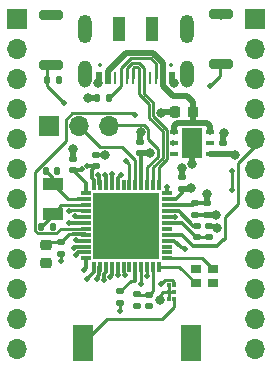
<source format=gbr>
%TF.GenerationSoftware,KiCad,Pcbnew,6.0.0*%
%TF.CreationDate,2022-01-30T15:16:09-05:00*%
%TF.ProjectId,stm32wb55ce_development_board,73746d33-3277-4623-9535-63655f646576,rev?*%
%TF.SameCoordinates,Original*%
%TF.FileFunction,Copper,L1,Top*%
%TF.FilePolarity,Positive*%
%FSLAX46Y46*%
G04 Gerber Fmt 4.6, Leading zero omitted, Abs format (unit mm)*
G04 Created by KiCad (PCBNEW 6.0.0) date 2022-01-30 15:16:09*
%MOMM*%
%LPD*%
G01*
G04 APERTURE LIST*
G04 Aperture macros list*
%AMRoundRect*
0 Rectangle with rounded corners*
0 $1 Rounding radius*
0 $2 $3 $4 $5 $6 $7 $8 $9 X,Y pos of 4 corners*
0 Add a 4 corners polygon primitive as box body*
4,1,4,$2,$3,$4,$5,$6,$7,$8,$9,$2,$3,0*
0 Add four circle primitives for the rounded corners*
1,1,$1+$1,$2,$3*
1,1,$1+$1,$4,$5*
1,1,$1+$1,$6,$7*
1,1,$1+$1,$8,$9*
0 Add four rect primitives between the rounded corners*
20,1,$1+$1,$2,$3,$4,$5,0*
20,1,$1+$1,$4,$5,$6,$7,0*
20,1,$1+$1,$6,$7,$8,$9,0*
20,1,$1+$1,$8,$9,$2,$3,0*%
G04 Aperture macros list end*
%TA.AperFunction,SMDPad,CuDef*%
%ADD10RoundRect,0.200000X-0.800000X0.200000X-0.800000X-0.200000X0.800000X-0.200000X0.800000X0.200000X0*%
%TD*%
%TA.AperFunction,SMDPad,CuDef*%
%ADD11RoundRect,0.135000X-0.135000X-0.185000X0.135000X-0.185000X0.135000X0.185000X-0.135000X0.185000X0*%
%TD*%
%TA.AperFunction,ComponentPad*%
%ADD12R,1.700000X1.700000*%
%TD*%
%TA.AperFunction,ComponentPad*%
%ADD13O,1.700000X1.700000*%
%TD*%
%TA.AperFunction,SMDPad,CuDef*%
%ADD14R,1.700000X3.150000*%
%TD*%
%TA.AperFunction,SMDPad,CuDef*%
%ADD15RoundRect,0.147500X-0.147500X-0.172500X0.147500X-0.172500X0.147500X0.172500X-0.147500X0.172500X0*%
%TD*%
%TA.AperFunction,SMDPad,CuDef*%
%ADD16RoundRect,0.147500X0.172500X-0.147500X0.172500X0.147500X-0.172500X0.147500X-0.172500X-0.147500X0*%
%TD*%
%TA.AperFunction,SMDPad,CuDef*%
%ADD17RoundRect,0.147500X-0.172500X0.147500X-0.172500X-0.147500X0.172500X-0.147500X0.172500X0.147500X0*%
%TD*%
%TA.AperFunction,SMDPad,CuDef*%
%ADD18R,0.800000X0.400000*%
%TD*%
%TA.AperFunction,SMDPad,CuDef*%
%ADD19R,1.750000X2.500000*%
%TD*%
%TA.AperFunction,SMDPad,CuDef*%
%ADD20R,0.850000X0.300000*%
%TD*%
%TA.AperFunction,SMDPad,CuDef*%
%ADD21R,0.300000X0.850000*%
%TD*%
%TA.AperFunction,SMDPad,CuDef*%
%ADD22R,5.700000X5.700000*%
%TD*%
%TA.AperFunction,SMDPad,CuDef*%
%ADD23R,1.800000X1.000000*%
%TD*%
%TA.AperFunction,ComponentPad*%
%ADD24O,1.200000X2.400000*%
%TD*%
%TA.AperFunction,ComponentPad*%
%ADD25O,1.158000X2.316000*%
%TD*%
%TA.AperFunction,SMDPad,CuDef*%
%ADD26R,1.000000X2.000000*%
%TD*%
%TA.AperFunction,SMDPad,CuDef*%
%ADD27R,0.270000X1.000000*%
%TD*%
%TA.AperFunction,SMDPad,CuDef*%
%ADD28R,0.520000X1.000000*%
%TD*%
%TA.AperFunction,SMDPad,CuDef*%
%ADD29R,0.300000X0.300000*%
%TD*%
%TA.AperFunction,SMDPad,CuDef*%
%ADD30RoundRect,0.218750X-0.256250X0.218750X-0.256250X-0.218750X0.256250X-0.218750X0.256250X0.218750X0*%
%TD*%
%TA.AperFunction,SMDPad,CuDef*%
%ADD31R,0.860000X0.760000*%
%TD*%
%TA.AperFunction,SMDPad,CuDef*%
%ADD32RoundRect,0.218750X0.218750X0.256250X-0.218750X0.256250X-0.218750X-0.256250X0.218750X-0.256250X0*%
%TD*%
%TA.AperFunction,ViaPad*%
%ADD33C,0.800000*%
%TD*%
%TA.AperFunction,ViaPad*%
%ADD34C,0.500000*%
%TD*%
%TA.AperFunction,Conductor*%
%ADD35C,0.250000*%
%TD*%
%TA.AperFunction,Conductor*%
%ADD36C,0.500000*%
%TD*%
%TA.AperFunction,Conductor*%
%ADD37C,0.300000*%
%TD*%
%ADD38C,0.350000*%
%ADD39C,0.250000*%
%ADD40O,0.650000X1.950000*%
%ADD41O,0.650000X1.650000*%
G04 APERTURE END LIST*
D10*
%TO.P,SW1,1*%
%TO.N,+3V3*%
X158625000Y-64175000D03*
%TO.P,SW1,2*%
%TO.N,/BOOT0*%
X158625000Y-68375000D03*
%TD*%
D11*
%TO.P,R1,2*%
%TO.N,GND*%
X159300000Y-69700000D03*
%TO.P,R1,1*%
%TO.N,/BOOT0*%
X158280000Y-69700000D03*
%TD*%
D12*
%TO.P,J3,1*%
%TO.N,+3V3*%
X175920000Y-64480000D03*
D13*
%TO.P,J3,2*%
%TO.N,GND*%
X175920000Y-67020000D03*
%TO.P,J3,3*%
%TO.N,/PA15*%
X175920000Y-69560000D03*
%TO.P,J3,4*%
%TO.N,/PB0*%
X175920000Y-72100000D03*
%TO.P,J3,5*%
%TO.N,/PB1*%
X175920000Y-74640000D03*
%TO.P,J3,6*%
%TO.N,/PA10*%
X175920000Y-77180000D03*
%TO.P,J3,7*%
%TO.N,/PB4*%
X175920000Y-79720000D03*
%TO.P,J3,8*%
%TO.N,/PB5*%
X175920000Y-82260000D03*
%TO.P,J3,9*%
%TO.N,/PB6*%
X175920000Y-84800000D03*
%TO.P,J3,10*%
%TO.N,/PB7*%
X175920000Y-87340000D03*
%TO.P,J3,11*%
%TO.N,/PB8*%
X175920000Y-89880000D03*
%TO.P,J3,12*%
%TO.N,/PB9*%
X175920000Y-92420000D03*
%TD*%
D12*
%TO.P,J1,1*%
%TO.N,+3V3*%
X155740000Y-64520000D03*
D13*
%TO.P,J1,2*%
%TO.N,GND*%
X155740000Y-67060000D03*
%TO.P,J1,3*%
%TO.N,/PA0*%
X155740000Y-69600000D03*
%TO.P,J1,4*%
%TO.N,/PA1*%
X155740000Y-72140000D03*
%TO.P,J1,5*%
%TO.N,/PA2*%
X155740000Y-74680000D03*
%TO.P,J1,6*%
%TO.N,/PA3*%
X155740000Y-77220000D03*
%TO.P,J1,7*%
%TO.N,/PA4*%
X155740000Y-79760000D03*
%TO.P,J1,8*%
%TO.N,/PA5*%
X155740000Y-82300000D03*
%TO.P,J1,9*%
%TO.N,/PA6*%
X155740000Y-84840000D03*
%TO.P,J1,10*%
%TO.N,/PA7*%
X155740000Y-87380000D03*
%TO.P,J1,11*%
%TO.N,/PA8*%
X155740000Y-89920000D03*
%TO.P,J1,12*%
%TO.N,/PA9*%
X155740000Y-92460000D03*
%TD*%
D12*
%TO.P,J4,1*%
%TO.N,GND*%
X158450000Y-73550000D03*
D13*
%TO.P,J4,2*%
%TO.N,/PA14*%
X160990000Y-73550000D03*
%TO.P,J4,3*%
%TO.N,/PA13*%
X163530000Y-73550000D03*
%TD*%
D14*
%TO.P,AE1,2*%
%TO.N,N/C*%
X170480000Y-91910000D03*
%TO.P,AE1,1*%
%TO.N,Net-(AE1-Pad1)*%
X161380000Y-91910000D03*
%TD*%
D15*
%TO.P,R2,1*%
%TO.N,GND*%
X162580000Y-71230000D03*
%TO.P,R2,2*%
%TO.N,Net-(J2-Pad3)*%
X163550000Y-71230000D03*
%TD*%
%TO.P,C17,2*%
%TO.N,GND*%
X158800000Y-82100000D03*
%TO.P,C17,1*%
%TO.N,/OSC32k_OUT*%
X157830000Y-82100000D03*
%TD*%
D16*
%TO.P,C15,1*%
%TO.N,+3V3*%
X173240000Y-75965000D03*
%TO.P,C15,2*%
%TO.N,GND*%
X173240000Y-74995000D03*
%TD*%
D17*
%TO.P,C6,1*%
%TO.N,+3V3*%
X167000000Y-87860000D03*
%TO.P,C6,2*%
%TO.N,GND*%
X167000000Y-88830000D03*
%TD*%
%TO.P,C7,1*%
%TO.N,+3V3*%
X170860000Y-80120000D03*
%TO.P,C7,2*%
%TO.N,GND*%
X170860000Y-81090000D03*
%TD*%
D18*
%TO.P,PS1,1*%
%TO.N,/VBUS*%
X169100000Y-74080000D03*
%TO.P,PS1,2*%
%TO.N,GND*%
X169100000Y-75030000D03*
%TO.P,PS1,3*%
%TO.N,Net-(PS1-Pad3)*%
X169100000Y-75980000D03*
%TO.P,PS1,4*%
%TO.N,+3V3*%
X172100000Y-75980000D03*
%TO.P,PS1,5*%
%TO.N,Net-(PS1-Pad5)*%
X172100000Y-75030000D03*
%TO.P,PS1,6*%
%TO.N,/VBUS*%
X172100000Y-74080000D03*
D19*
%TO.P,PS1,7*%
%TO.N,GND*%
X170600000Y-75030000D03*
%TD*%
D20*
%TO.P,IC2,1*%
%TO.N,+3V3*%
X161600000Y-79280000D03*
%TO.P,IC2,2*%
%TO.N,/OSC32k_IN*%
X161600000Y-79780000D03*
%TO.P,IC2,3*%
%TO.N,/OSC32k_OUT*%
X161600000Y-80280000D03*
%TO.P,IC2,4*%
%TO.N,/BOOT0*%
X161600000Y-80780000D03*
%TO.P,IC2,5*%
%TO.N,/PB8*%
X161600000Y-81280000D03*
%TO.P,IC2,6*%
%TO.N,/PB9*%
X161600000Y-81780000D03*
%TO.P,IC2,7*%
%TO.N,/RESET*%
X161600000Y-82280000D03*
%TO.P,IC2,8*%
%TO.N,/VDDA*%
X161600000Y-82780000D03*
%TO.P,IC2,9*%
%TO.N,/PA0*%
X161600000Y-83280000D03*
%TO.P,IC2,10*%
%TO.N,/PA1*%
X161600000Y-83780000D03*
%TO.P,IC2,11*%
%TO.N,/PA2*%
X161600000Y-84280000D03*
%TO.P,IC2,12*%
%TO.N,/PA3*%
X161600000Y-84780000D03*
D21*
%TO.P,IC2,13*%
%TO.N,/PA4*%
X162300000Y-85480000D03*
%TO.P,IC2,14*%
%TO.N,/PA5*%
X162800000Y-85480000D03*
%TO.P,IC2,15*%
%TO.N,/PA6*%
X163300000Y-85480000D03*
%TO.P,IC2,16*%
%TO.N,/PA7*%
X163800000Y-85480000D03*
%TO.P,IC2,17*%
%TO.N,/PA8*%
X164300000Y-85480000D03*
%TO.P,IC2,18*%
%TO.N,/PA9*%
X164800000Y-85480000D03*
%TO.P,IC2,19*%
%TO.N,/PB2*%
X165300000Y-85480000D03*
%TO.P,IC2,20*%
%TO.N,+3V3*%
X165800000Y-85480000D03*
%TO.P,IC2,21*%
%TO.N,/RF1*%
X166300000Y-85480000D03*
%TO.P,IC2,22*%
%TO.N,GND*%
X166800000Y-85480000D03*
%TO.P,IC2,23*%
%TO.N,+3V3*%
X167300000Y-85480000D03*
%TO.P,IC2,24*%
%TO.N,/OSC32M_OUT*%
X167800000Y-85480000D03*
D20*
%TO.P,IC2,25*%
%TO.N,/OSC32M_IN*%
X168500000Y-84780000D03*
%TO.P,IC2,26*%
%TO.N,Net-(IC2-Pad26)*%
X168500000Y-84280000D03*
%TO.P,IC2,27*%
%TO.N,Net-(IC2-Pad27)*%
X168500000Y-83780000D03*
%TO.P,IC2,28*%
%TO.N,/PB0*%
X168500000Y-83280000D03*
%TO.P,IC2,29*%
%TO.N,/PB1*%
X168500000Y-82780000D03*
%TO.P,IC2,30*%
%TO.N,Net-(IC2-Pad30)*%
X168500000Y-82280000D03*
%TO.P,IC2,31*%
%TO.N,/VFBSMPS*%
X168500000Y-81780000D03*
%TO.P,IC2,32*%
%TO.N,GND*%
X168500000Y-81280000D03*
%TO.P,IC2,33*%
%TO.N,/VLXSMPS*%
X168500000Y-80780000D03*
%TO.P,IC2,34*%
%TO.N,+3V3*%
X168500000Y-80280000D03*
%TO.P,IC2,35*%
X168500000Y-79780000D03*
%TO.P,IC2,36*%
%TO.N,/PA10*%
X168500000Y-79280000D03*
D21*
%TO.P,IC2,37*%
%TO.N,/D-*%
X167800000Y-78580000D03*
%TO.P,IC2,38*%
%TO.N,/D+*%
X167300000Y-78580000D03*
%TO.P,IC2,39*%
%TO.N,/PA13*%
X166800000Y-78580000D03*
%TO.P,IC2,40*%
%TO.N,+3V3*%
X166300000Y-78580000D03*
%TO.P,IC2,41*%
%TO.N,/PA14*%
X165800000Y-78580000D03*
%TO.P,IC2,42*%
%TO.N,/PA15*%
X165300000Y-78580000D03*
%TO.P,IC2,43*%
%TO.N,/PB3*%
X164800000Y-78580000D03*
%TO.P,IC2,44*%
%TO.N,/PB4*%
X164300000Y-78580000D03*
%TO.P,IC2,45*%
%TO.N,/PB5*%
X163800000Y-78580000D03*
%TO.P,IC2,46*%
%TO.N,/PB6*%
X163300000Y-78580000D03*
%TO.P,IC2,47*%
%TO.N,/PB7*%
X162800000Y-78580000D03*
%TO.P,IC2,48*%
%TO.N,+3V3*%
X162300000Y-78580000D03*
D22*
%TO.P,IC2,49*%
%TO.N,GND*%
X165050000Y-82030000D03*
%TD*%
D23*
%TO.P,Y2,1*%
%TO.N,/OSC32k_IN*%
X158800000Y-78500000D03*
%TO.P,Y2,2*%
%TO.N,/OSC32k_OUT*%
X158800000Y-81000000D03*
%TD*%
D16*
%TO.P,C14,2*%
%TO.N,GND*%
X172000000Y-82030000D03*
%TO.P,C14,1*%
%TO.N,/VFBSMPS*%
X172000000Y-83000000D03*
%TD*%
D15*
%TO.P,C16,2*%
%TO.N,GND*%
X159185000Y-77400000D03*
%TO.P,C16,1*%
%TO.N,/OSC32k_IN*%
X158215000Y-77400000D03*
%TD*%
D17*
%TO.P,C5,1*%
%TO.N,+3V3*%
X164520000Y-87580000D03*
%TO.P,C5,2*%
%TO.N,GND*%
X164520000Y-88550000D03*
%TD*%
D24*
%TO.P,J2,S6*%
%TO.N,Net-(J2-PadS6)*%
X161505000Y-65325000D03*
%TO.P,J2,S5*%
%TO.N,Net-(J2-PadS5)*%
X170145000Y-65325000D03*
D25*
%TO.P,J2,S4*%
%TO.N,Net-(J2-PadS4)*%
X161505000Y-69150000D03*
%TO.P,J2,S3*%
%TO.N,Net-(J2-PadS3)*%
X170145000Y-69150000D03*
D26*
%TO.P,J2,S2*%
%TO.N,Net-(J2-PadS2)*%
X164425000Y-65325000D03*
%TO.P,J2,S1*%
%TO.N,Net-(J2-PadS1)*%
X167225000Y-65325000D03*
D27*
%TO.P,J2,9*%
%TO.N,Net-(J2-Pad3)*%
X164575000Y-69525000D03*
%TO.P,J2,8*%
%TO.N,/D-*%
X165075000Y-69525000D03*
%TO.P,J2,7*%
%TO.N,/D+*%
X165575000Y-69525000D03*
%TO.P,J2,6*%
X166075000Y-69525000D03*
%TO.P,J2,5*%
%TO.N,/D-*%
X166575000Y-69525000D03*
%TO.P,J2,4*%
%TO.N,Net-(J2-Pad4)*%
X167075000Y-69525000D03*
%TO.P,J2,10*%
%TO.N,Net-(J2-Pad10)*%
X164075000Y-69525000D03*
%TO.P,J2,3*%
%TO.N,Net-(J2-Pad3)*%
X167575000Y-69525000D03*
D28*
%TO.P,J2,11*%
%TO.N,/VBUS*%
X163475000Y-69525000D03*
%TO.P,J2,2*%
X168175000Y-69525000D03*
%TO.P,J2,12*%
%TO.N,GND*%
X162725000Y-69525000D03*
%TO.P,J2,1*%
X168925000Y-69525000D03*
%TD*%
D29*
%TO.P,FL1,1*%
%TO.N,Net-(AE1-Pad1)*%
X169110000Y-88187000D03*
%TO.P,FL1,2*%
%TO.N,GND*%
X169110000Y-87600000D03*
%TO.P,FL1,3*%
%TO.N,/RF1*%
X169110000Y-87013000D03*
%TO.P,FL1,4*%
%TO.N,GND*%
X168610000Y-87013000D03*
%TO.P,FL1,5*%
X168610000Y-87600000D03*
%TO.P,FL1,6*%
X168610000Y-88187000D03*
%TD*%
D30*
%TO.P,FB1,2*%
%TO.N,+3V3*%
X158200000Y-85200000D03*
%TO.P,FB1,1*%
%TO.N,/VDDA*%
X158200000Y-83625000D03*
%TD*%
D17*
%TO.P,C3,2*%
%TO.N,GND*%
X165930000Y-88800000D03*
%TO.P,C3,1*%
%TO.N,+3V3*%
X165930000Y-87830000D03*
%TD*%
D16*
%TO.P,C8,2*%
%TO.N,GND*%
X169730000Y-77900000D03*
%TO.P,C8,1*%
%TO.N,+3V3*%
X169730000Y-78870000D03*
%TD*%
D10*
%TO.P,SW2,2*%
%TO.N,/RESET*%
X173040000Y-68310000D03*
%TO.P,SW2,1*%
%TO.N,GND*%
X173040000Y-64110000D03*
%TD*%
D31*
%TO.P,Y1,4*%
%TO.N,N/C*%
X172355000Y-86855000D03*
%TO.P,Y1,3*%
%TO.N,/OSC32M_OUT*%
X170905000Y-86855000D03*
%TO.P,Y1,2*%
%TO.N,GND*%
X170905000Y-85705000D03*
%TO.P,Y1,1*%
%TO.N,/OSC32M_IN*%
X172355000Y-85705000D03*
%TD*%
D16*
%TO.P,C13,1*%
%TO.N,+3V3*%
X166230000Y-75890000D03*
%TO.P,C13,2*%
%TO.N,GND*%
X166230000Y-74920000D03*
%TD*%
D17*
%TO.P,C9,2*%
%TO.N,GND*%
X159500000Y-84400000D03*
%TO.P,C9,1*%
%TO.N,/VDDA*%
X159500000Y-83430000D03*
%TD*%
%TO.P,C4,2*%
%TO.N,GND*%
X171860000Y-81090000D03*
%TO.P,C4,1*%
%TO.N,+3V3*%
X171860000Y-80120000D03*
%TD*%
D16*
%TO.P,C2,2*%
%TO.N,GND*%
X160500000Y-76355000D03*
%TO.P,C2,1*%
%TO.N,+3V3*%
X160500000Y-77325000D03*
%TD*%
%TO.P,L1,2*%
%TO.N,/VLXSMPS*%
X171000000Y-82030000D03*
%TO.P,L1,1*%
%TO.N,/VFBSMPS*%
X171000000Y-83000000D03*
%TD*%
%TO.P,C11,2*%
%TO.N,GND*%
X162500000Y-76000000D03*
%TO.P,C11,1*%
%TO.N,+3V3*%
X162500000Y-76970000D03*
%TD*%
D32*
%TO.P,C12,2*%
%TO.N,GND*%
X169125000Y-72380000D03*
%TO.P,C12,1*%
%TO.N,/VBUS*%
X170700000Y-72380000D03*
%TD*%
D33*
%TO.N,GND*%
X166240000Y-74110000D03*
D34*
X169160005Y-81280000D03*
X165050000Y-82030000D03*
D33*
X161800000Y-71230000D03*
X170630000Y-76790000D03*
X160500000Y-75500000D03*
X169740000Y-77120000D03*
X172660000Y-81120000D03*
X173300000Y-74190000D03*
X167950000Y-72440000D03*
X172750000Y-82250000D03*
X163250000Y-76000000D03*
D34*
X169000000Y-75000000D03*
X165900000Y-88850000D03*
X164530000Y-89210000D03*
X167000000Y-88850000D03*
D33*
X167880000Y-88340000D03*
D34*
X166810000Y-86250000D03*
X159185000Y-77400000D03*
X158800000Y-82100000D03*
X159485464Y-84962744D03*
X170900000Y-85700000D03*
%TO.N,+3V3*%
X161750000Y-77000000D03*
D33*
X174250000Y-76000000D03*
D34*
X161250000Y-77250000D03*
D33*
X170520000Y-78850000D03*
X171870000Y-79330000D03*
X167060000Y-75900000D03*
D34*
X164485618Y-87545618D03*
X165930000Y-87830000D03*
X158100000Y-85300000D03*
%TO.N,/RF1*%
X166300000Y-86960000D03*
X167957103Y-86992897D03*
%TO.N,/PB7*%
X162633920Y-77733614D03*
%TO.N,/PB6*%
X163233456Y-77709731D03*
%TO.N,/PB5*%
X163827143Y-77622842D03*
%TO.N,/PB4*%
X164546156Y-77703854D03*
%TO.N,/PA15*%
X165000000Y-76500000D03*
%TO.N,/PA10*%
X168500000Y-78750000D03*
%TO.N,/PB0*%
X170000000Y-84000000D03*
X174000000Y-79000000D03*
X174000000Y-77350000D03*
%TO.N,/PA9*%
X164963226Y-86222957D03*
%TO.N,/PA8*%
X164344976Y-86207900D03*
%TO.N,/PA1*%
X160620006Y-83869996D03*
%TO.N,/PA0*%
X160793315Y-83250010D03*
%TO.N,/RESET*%
X165800000Y-72600000D03*
%TO.N,/PB9*%
X160180002Y-81780000D03*
%TO.N,/PB8*%
X160667281Y-81181854D03*
%TO.N,/PA7*%
X163671457Y-86336682D03*
%TO.N,/PA6*%
X163124335Y-86582997D03*
%TO.N,/PA5*%
X162527921Y-86517385D03*
%TO.N,/PA4*%
X161750000Y-86500000D03*
%TO.N,/PA3*%
X161434517Y-85728421D03*
%TO.N,/PA2*%
X160750000Y-84500000D03*
D33*
%TO.N,GND*%
X173050000Y-64150000D03*
D34*
X159300000Y-69675000D03*
D33*
X162625000Y-69975000D03*
X169050000Y-69975000D03*
%TO.N,+3V3*%
X158625000Y-64175000D03*
D34*
%TO.N,/BOOT0*%
X160200000Y-80755000D03*
X159775000Y-71650000D03*
%TO.N,/RESET*%
X172125000Y-70200000D03*
%TD*%
D35*
%TO.N,Net-(AE1-Pad1)*%
X169110000Y-88187000D02*
X169110000Y-88877000D01*
X169110000Y-88877000D02*
X168087000Y-89900000D01*
X163390000Y-89900000D02*
X161380000Y-91910000D01*
X168087000Y-89900000D02*
X163390000Y-89900000D01*
D36*
%TO.N,/VBUS*%
X172100000Y-73594998D02*
X172100000Y-74080000D01*
X169100000Y-73594998D02*
X169364999Y-73329999D01*
X171835001Y-73329999D02*
X172100000Y-73594998D01*
X169100000Y-74080000D02*
X169100000Y-73594998D01*
X170700000Y-73300000D02*
X170670001Y-73329999D01*
X170700000Y-72380000D02*
X170700000Y-73300000D01*
X170670001Y-73329999D02*
X171835001Y-73329999D01*
X169364999Y-73329999D02*
X170670001Y-73329999D01*
X170750000Y-72330000D02*
X170700000Y-72380000D01*
%TO.N,GND*%
X171860000Y-81090000D02*
X172630000Y-81090000D01*
D37*
X170860000Y-81090000D02*
X171860000Y-81090000D01*
X172530000Y-82030000D02*
X172750000Y-82250000D01*
X172000000Y-82030000D02*
X172530000Y-82030000D01*
X168500000Y-81280000D02*
X169160005Y-81280000D01*
D36*
X162580000Y-71230000D02*
X161800000Y-71230000D01*
X170630000Y-75060000D02*
X170600000Y-75030000D01*
X170630000Y-76790000D02*
X170630000Y-75060000D01*
X160500000Y-76355000D02*
X160500000Y-75500000D01*
X168010000Y-72380000D02*
X167950000Y-72440000D01*
X169125000Y-72380000D02*
X168010000Y-72380000D01*
X165050000Y-82030000D02*
X165050000Y-82130000D01*
X166230000Y-74120000D02*
X166240000Y-74110000D01*
X166230000Y-74920000D02*
X166230000Y-74120000D01*
X169730000Y-77130000D02*
X169740000Y-77120000D01*
X169730000Y-77900000D02*
X169730000Y-77130000D01*
X172630000Y-81090000D02*
X172660000Y-81120000D01*
D37*
X162500000Y-76000000D02*
X163250000Y-76000000D01*
D36*
X173250000Y-74240000D02*
X173300000Y-74190000D01*
X173250000Y-74995000D02*
X173250000Y-74240000D01*
D35*
X169030000Y-75030000D02*
X169000000Y-75000000D01*
X169100000Y-75030000D02*
X169030000Y-75030000D01*
X165930000Y-88820000D02*
X165900000Y-88850000D01*
X165930000Y-88800000D02*
X165930000Y-88820000D01*
X166840000Y-88830000D02*
X166830000Y-88820000D01*
X166860000Y-88830000D02*
X166840000Y-88830000D01*
X164520000Y-89200000D02*
X164530000Y-89210000D01*
X164520000Y-88550000D02*
X164520000Y-89200000D01*
X167000000Y-88830000D02*
X167000000Y-88850000D01*
X168610000Y-87013000D02*
X168610000Y-87600000D01*
X169110000Y-87600000D02*
X168610000Y-87600000D01*
X168610000Y-87600000D02*
X168610000Y-88187000D01*
X168130000Y-87600000D02*
X167950000Y-87780000D01*
X168610000Y-87600000D02*
X168130000Y-87600000D01*
X167950000Y-88270000D02*
X167880000Y-88340000D01*
X167950000Y-87780000D02*
X167950000Y-88270000D01*
X166800000Y-86240000D02*
X166810000Y-86250000D01*
X166800000Y-85480000D02*
X166800000Y-86240000D01*
X159185000Y-77400000D02*
X159200000Y-77400000D01*
X159500000Y-84948208D02*
X159485464Y-84962744D01*
X159500000Y-84400000D02*
X159500000Y-84948208D01*
X170905000Y-85705000D02*
X170900000Y-85700000D01*
D36*
%TO.N,/VBUS*%
X168159999Y-68209999D02*
X168159999Y-69509999D01*
X167324970Y-67374970D02*
X168159999Y-68209999D01*
X168159999Y-69509999D02*
X168175000Y-69525000D01*
X165035880Y-67374970D02*
X167324970Y-67374970D01*
X163475000Y-68935850D02*
X165035880Y-67374970D01*
X163475000Y-69525000D02*
X163475000Y-68935850D01*
X170700000Y-72380000D02*
X170700000Y-71525000D01*
X170700000Y-71525000D02*
X170200000Y-71025000D01*
X168175000Y-70210002D02*
X168175000Y-69525000D01*
X168989998Y-71025000D02*
X168175000Y-70210002D01*
X170200000Y-71025000D02*
X168989998Y-71025000D01*
D37*
%TO.N,+3V3*%
X161600000Y-79280000D02*
X161330000Y-79280000D01*
X170860000Y-80120000D02*
X171860000Y-80120000D01*
D36*
X173235000Y-75980000D02*
X173235000Y-75980000D01*
D37*
X162133919Y-77336081D02*
X162500000Y-76970000D01*
X162300000Y-78139696D02*
X162133919Y-77973615D01*
X162300000Y-78580000D02*
X162300000Y-78139696D01*
X161600000Y-78425000D02*
X160500000Y-77325000D01*
X161600000Y-79280000D02*
X161600000Y-78425000D01*
X165800000Y-85480000D02*
X165800000Y-86700000D01*
X161780000Y-76970000D02*
X161750000Y-77000000D01*
X162500000Y-76970000D02*
X161780000Y-76970000D01*
X170700000Y-80280000D02*
X170860000Y-80120000D01*
X168500000Y-80280000D02*
X170700000Y-80280000D01*
X169730000Y-79275000D02*
X169730000Y-78870000D01*
X169225000Y-79780000D02*
X169730000Y-79275000D01*
X168500000Y-79780000D02*
X169225000Y-79780000D01*
X166300000Y-75960000D02*
X166230000Y-75890000D01*
X166300000Y-78580000D02*
X166300000Y-75960000D01*
X161175000Y-77325000D02*
X161250000Y-77250000D01*
X160500000Y-77325000D02*
X161175000Y-77325000D01*
X162133919Y-77973615D02*
X162133919Y-77336081D01*
D36*
X172100000Y-75980000D02*
X173235000Y-75980000D01*
X173235000Y-75980000D02*
X173250000Y-75965000D01*
X174045000Y-75965000D02*
X174050000Y-75970000D01*
X173250000Y-75965000D02*
X174045000Y-75965000D01*
X170500000Y-78870000D02*
X170520000Y-78850000D01*
X169730000Y-78870000D02*
X170500000Y-78870000D01*
X171860000Y-79340000D02*
X171870000Y-79330000D01*
X171860000Y-80120000D02*
X171860000Y-79340000D01*
X167050000Y-75890000D02*
X167060000Y-75900000D01*
X166230000Y-75890000D02*
X167050000Y-75890000D01*
D35*
X165400000Y-86700000D02*
X164520000Y-87580000D01*
X165800000Y-86700000D02*
X165400000Y-86700000D01*
X164520000Y-87580000D02*
X164485618Y-87545618D01*
X167300000Y-87560000D02*
X167000000Y-87860000D01*
X167300000Y-85480000D02*
X167300000Y-87560000D01*
X165960000Y-87860000D02*
X165930000Y-87830000D01*
X167000000Y-87860000D02*
X165960000Y-87860000D01*
X158200000Y-85200000D02*
X158100000Y-85300000D01*
%TO.N,/VFBSMPS*%
X171000000Y-83000000D02*
X172000000Y-83000000D01*
D37*
X170946414Y-83000000D02*
X171000000Y-83000000D01*
X168500000Y-81780000D02*
X169726414Y-81780000D01*
X169726414Y-81780000D02*
X170946414Y-83000000D01*
D35*
%TO.N,/RF1*%
X166300000Y-85480000D02*
X166300000Y-86960000D01*
X169110000Y-86807998D02*
X169110000Y-87013000D01*
X168940001Y-86637999D02*
X169110000Y-86807998D01*
X168312001Y-86637999D02*
X168940001Y-86637999D01*
X167957103Y-86992897D02*
X168312001Y-86637999D01*
%TO.N,/D+*%
X166974989Y-71724989D02*
X166974989Y-72884979D01*
X166974989Y-72884979D02*
X168124989Y-74034979D01*
X167300000Y-77079990D02*
X167300000Y-78580000D01*
X168124989Y-76255001D02*
X167300000Y-77079990D01*
X168124989Y-74034979D02*
X168124989Y-76255001D01*
%TO.N,/D-*%
X167324999Y-72740001D02*
X168474999Y-73890001D01*
X167324999Y-71574999D02*
X167324999Y-72740001D01*
X167800000Y-78399998D02*
X167800000Y-78580000D01*
X167800000Y-77074978D02*
X167800000Y-78580000D01*
X168474999Y-76399979D02*
X167800000Y-77074978D01*
X168474999Y-73890001D02*
X168474999Y-76399979D01*
D37*
%TO.N,/VLXSMPS*%
X170712880Y-82030000D02*
X171000000Y-82030000D01*
X169462880Y-80780000D02*
X170712880Y-82030000D01*
X168500000Y-80780000D02*
X169462880Y-80780000D01*
%TO.N,/VDDA*%
X160483447Y-82750000D02*
X161570000Y-82750000D01*
X161570000Y-82750000D02*
X161600000Y-82780000D01*
D35*
X160180000Y-82750000D02*
X159500000Y-83430000D01*
X160483447Y-82750000D02*
X160180000Y-82750000D01*
X158395000Y-83430000D02*
X158200000Y-83625000D01*
X159500000Y-83430000D02*
X158395000Y-83430000D01*
D37*
%TO.N,/PB7*%
X162800000Y-78580000D02*
X162733454Y-78513454D01*
X162733454Y-77833148D02*
X162633920Y-77733614D01*
X162733454Y-78513454D02*
X162733454Y-77833148D01*
%TO.N,/PB6*%
X163300000Y-78580000D02*
X163300000Y-78787120D01*
X163300000Y-77776275D02*
X163233456Y-77709731D01*
X163300000Y-78580000D02*
X163300000Y-77776275D01*
%TO.N,/PB5*%
X163800000Y-77649985D02*
X163827143Y-77622842D01*
X163800000Y-78580000D02*
X163800000Y-77649985D01*
%TO.N,/PB4*%
X164300000Y-77950010D02*
X164546156Y-77703854D01*
X164300000Y-78580000D02*
X164300000Y-77950010D01*
D35*
%TO.N,/PA15*%
X165300000Y-76800000D02*
X165000000Y-76500000D01*
X165300000Y-78580000D02*
X165300000Y-76800000D01*
%TO.N,/PA14*%
X162814999Y-75374999D02*
X160990000Y-73550000D01*
X164691413Y-75374999D02*
X162814999Y-75374999D01*
X165800000Y-76483586D02*
X164691413Y-75374999D01*
X165800000Y-78580000D02*
X165800000Y-76483586D01*
%TO.N,/PA13*%
X167685001Y-75520003D02*
X166865001Y-74700003D01*
X167685001Y-76200001D02*
X167685001Y-75520003D01*
X166865001Y-74700003D02*
X166865001Y-73809999D01*
X163595001Y-73484999D02*
X163530000Y-73550000D01*
X166540001Y-73484999D02*
X163595001Y-73484999D01*
X166865001Y-73809999D02*
X166540001Y-73484999D01*
X166800000Y-77085002D02*
X167685001Y-76200001D01*
X166800000Y-78580000D02*
X166800000Y-77085002D01*
D37*
%TO.N,/PA10*%
X168500000Y-79280000D02*
X168500000Y-78750000D01*
%TO.N,/PB1*%
X170723806Y-83747392D02*
X172752608Y-83747392D01*
X169756414Y-82780000D02*
X170723806Y-83747392D01*
X168500000Y-82780000D02*
X169756414Y-82780000D01*
X172752608Y-83747392D02*
X173250000Y-83250000D01*
D35*
X173375001Y-83124999D02*
X173375001Y-81284999D01*
X173250000Y-83250000D02*
X173375001Y-83124999D01*
X175920000Y-75255002D02*
X175920000Y-74640000D01*
X174475001Y-76700001D02*
X175920000Y-75255002D01*
X174475001Y-80184999D02*
X174475001Y-76700001D01*
X173375001Y-81284999D02*
X174475001Y-80184999D01*
D37*
%TO.N,/PB0*%
X168500000Y-83280000D02*
X169100010Y-83280000D01*
X169100010Y-83280000D02*
X169660005Y-83839995D01*
D35*
X169839995Y-83839995D02*
X170000000Y-84000000D01*
X169660005Y-83839995D02*
X169839995Y-83839995D01*
X174000000Y-79000000D02*
X174000000Y-78120000D01*
X174000000Y-78120000D02*
X174000000Y-77350000D01*
D37*
%TO.N,/PA9*%
X164800000Y-85946457D02*
X164963226Y-86109683D01*
X164963226Y-86109683D02*
X164963226Y-86222957D01*
X164800000Y-85480000D02*
X164800000Y-85946457D01*
%TO.N,/PA8*%
X164300000Y-85480000D02*
X164300000Y-86162924D01*
X164300000Y-86162924D02*
X164344976Y-86207900D01*
%TO.N,/PA1*%
X160710002Y-83780000D02*
X160620006Y-83869996D01*
X161600000Y-83780000D02*
X160710002Y-83780000D01*
%TO.N,/PA0*%
X161600000Y-83280000D02*
X160823305Y-83280000D01*
X160823305Y-83280000D02*
X160793315Y-83250010D01*
D35*
%TO.N,/RESET*%
X159914999Y-73033999D02*
X160473999Y-72474999D01*
X159914999Y-74853191D02*
X159914999Y-73033999D01*
X157309990Y-82426800D02*
X157309990Y-77458200D01*
X157528200Y-82645010D02*
X157309990Y-82426800D01*
X165674999Y-72474999D02*
X165800000Y-72600000D01*
X159101800Y-82645010D02*
X157528200Y-82645010D01*
X157309990Y-77458200D02*
X159914999Y-74853191D01*
X159466810Y-82280000D02*
X159101800Y-82645010D01*
X160473999Y-72474999D02*
X165674999Y-72474999D01*
X161600000Y-82280000D02*
X159466810Y-82280000D01*
D37*
%TO.N,/PB9*%
X161600000Y-81780000D02*
X160180002Y-81780000D01*
%TO.N,/PB8*%
X160765427Y-81280000D02*
X160667281Y-81181854D01*
X161600000Y-81280000D02*
X160765427Y-81280000D01*
%TO.N,/OSC32k_IN*%
X161600000Y-79780000D02*
X160980000Y-79780000D01*
D35*
X160080000Y-79780000D02*
X158800000Y-78500000D01*
X160980000Y-79780000D02*
X160080000Y-79780000D01*
X158800000Y-77985000D02*
X158215000Y-77400000D01*
X158800000Y-78500000D02*
X158800000Y-77985000D01*
%TO.N,/OSC32k_OUT*%
X159520000Y-80280000D02*
X158800000Y-81000000D01*
X161600000Y-80280000D02*
X159520000Y-80280000D01*
X158800000Y-81130000D02*
X157830000Y-82100000D01*
X158800000Y-81000000D02*
X158800000Y-81130000D01*
%TO.N,/OSC32M_IN*%
X171430000Y-84780000D02*
X172355000Y-85705000D01*
X168500000Y-84780000D02*
X171430000Y-84780000D01*
%TO.N,/OSC32M_OUT*%
X169530000Y-85480000D02*
X170905000Y-86855000D01*
X167800000Y-85480000D02*
X169530000Y-85480000D01*
D37*
%TO.N,/PA7*%
X163800000Y-86208139D02*
X163671457Y-86336682D01*
X163800000Y-85480000D02*
X163800000Y-86208139D01*
D36*
%TO.N,/PA6*%
X155780000Y-84950000D02*
X155790000Y-84960000D01*
D37*
X163162089Y-86112946D02*
X163162089Y-86545243D01*
X163300000Y-85480000D02*
X163300000Y-85975035D01*
X163162089Y-86545243D02*
X163124335Y-86582997D01*
X163300000Y-85975035D02*
X163162089Y-86112946D01*
%TO.N,/PA5*%
X156025000Y-82170000D02*
X155780000Y-82415000D01*
D35*
X155442436Y-81649990D02*
X155079990Y-82012436D01*
D37*
X162527921Y-86439407D02*
X162527921Y-86517385D01*
X162762078Y-85517922D02*
X162762078Y-86205250D01*
X162762078Y-86205250D02*
X162527921Y-86439407D01*
X162800000Y-85480000D02*
X162762078Y-85517922D01*
D35*
%TO.N,/PA4*%
X162300000Y-85480000D02*
X162300000Y-85750000D01*
D37*
X162300000Y-85480000D02*
X162300000Y-85950000D01*
X162300000Y-85950000D02*
X161750000Y-86500000D01*
%TO.N,/PA3*%
X161600000Y-84780000D02*
X161600000Y-85562938D01*
X161600000Y-85562938D02*
X161434517Y-85728421D01*
%TO.N,/PA2*%
X160970000Y-84280000D02*
X160750000Y-84500000D01*
X161600000Y-84280000D02*
X160970000Y-84280000D01*
D35*
%TO.N,GND*%
X173040000Y-64140000D02*
X173050000Y-64150000D01*
X173040000Y-64110000D02*
X173040000Y-64140000D01*
X159300000Y-69700000D02*
X159300000Y-69675000D01*
D36*
X162725000Y-69875000D02*
X162625000Y-69975000D01*
X162725000Y-69525000D02*
X162725000Y-69875000D01*
X168925000Y-69850000D02*
X169050000Y-69975000D01*
X168925000Y-69525000D02*
X168925000Y-69850000D01*
D35*
%TO.N,/D+*%
X165575000Y-69525000D02*
X165575000Y-68675000D01*
X165575000Y-68675000D02*
X165700000Y-68550000D01*
X165700000Y-68550000D02*
X165925000Y-68550000D01*
X166075000Y-68700000D02*
X166075000Y-69525000D01*
X165925000Y-68550000D02*
X166075000Y-68700000D01*
X166075000Y-70825000D02*
X166974989Y-71724989D01*
X166075000Y-69525000D02*
X166075000Y-70825000D01*
%TO.N,/D-*%
X165555022Y-68199990D02*
X166074990Y-68199990D01*
X165075000Y-68680012D02*
X165555022Y-68199990D01*
X165075000Y-69525000D02*
X165075000Y-68680012D01*
X166575000Y-68700000D02*
X166575000Y-69525000D01*
X166074990Y-68199990D02*
X166575000Y-68700000D01*
X166575000Y-70825000D02*
X167324999Y-71574999D01*
X166575000Y-69525000D02*
X166575000Y-70825000D01*
%TO.N,/BOOT0*%
X160333706Y-80755000D02*
X160200000Y-80755000D01*
X160381853Y-80706853D02*
X160333706Y-80755000D01*
X161526853Y-80706853D02*
X160381853Y-80706853D01*
X161600000Y-80780000D02*
X161526853Y-80706853D01*
X158280000Y-70155000D02*
X158280000Y-69700000D01*
X159775000Y-71650000D02*
X158280000Y-70155000D01*
X158280000Y-68720000D02*
X158625000Y-68375000D01*
X158280000Y-69700000D02*
X158280000Y-68720000D01*
%TO.N,/RESET*%
X172125000Y-70200000D02*
X173000000Y-69325000D01*
X173000000Y-68350000D02*
X173040000Y-68310000D01*
X173000000Y-69325000D02*
X173000000Y-68350000D01*
%TO.N,Net-(J2-Pad3)*%
X165410044Y-67849980D02*
X167124980Y-67849980D01*
X164575000Y-68685024D02*
X165410044Y-67849980D01*
X164575000Y-69525000D02*
X164575000Y-68685024D01*
X167575000Y-68300000D02*
X167575000Y-69525000D01*
X167124980Y-67849980D02*
X167575000Y-68300000D01*
X164575000Y-70205000D02*
X163550000Y-71230000D01*
X164575000Y-69525000D02*
X164575000Y-70205000D01*
%TD*%
D38*
X166240000Y-74110000D03*
D39*
X169160005Y-81280000D03*
X165050000Y-82030000D03*
D38*
X161800000Y-71230000D03*
X170630000Y-76790000D03*
X160500000Y-75500000D03*
X169740000Y-77120000D03*
X172660000Y-81120000D03*
X173300000Y-74190000D03*
X167950000Y-72440000D03*
X172750000Y-82250000D03*
X163250000Y-76000000D03*
D39*
X169000000Y-75000000D03*
X165900000Y-88850000D03*
X164530000Y-89210000D03*
X167000000Y-88850000D03*
D38*
X167880000Y-88340000D03*
D39*
X166810000Y-86250000D03*
X159185000Y-77400000D03*
X158800000Y-82100000D03*
X159485464Y-84962744D03*
X170900000Y-85700000D03*
X161750000Y-77000000D03*
D38*
X174250000Y-76000000D03*
D39*
X161250000Y-77250000D03*
D38*
X170520000Y-78850000D03*
X171870000Y-79330000D03*
X167060000Y-75900000D03*
D39*
X164485618Y-87545618D03*
X165930000Y-87830000D03*
X158100000Y-85300000D03*
X166300000Y-86960000D03*
X167957103Y-86992897D03*
X162633920Y-77733614D03*
X163233456Y-77709731D03*
X163827143Y-77622842D03*
X164546156Y-77703854D03*
X165000000Y-76500000D03*
X168500000Y-78750000D03*
X170000000Y-84000000D03*
X174000000Y-79000000D03*
X174000000Y-77350000D03*
X164963226Y-86222957D03*
X164344976Y-86207900D03*
X160620006Y-83869996D03*
X160793315Y-83250010D03*
X165800000Y-72600000D03*
X160180002Y-81780000D03*
X160667281Y-81181854D03*
X163671457Y-86336682D03*
X163124335Y-86582997D03*
X162527921Y-86517385D03*
X161750000Y-86500000D03*
X161434517Y-85728421D03*
X160750000Y-84500000D03*
D38*
X173050000Y-64150000D03*
D39*
X159300000Y-69675000D03*
D38*
X162625000Y-69975000D03*
X169050000Y-69975000D03*
X158625000Y-64175000D03*
D39*
X160200000Y-80755000D03*
X159775000Y-71650000D03*
X172125000Y-70200000D03*
D38*
X175920000Y-64480000D03*
X175920000Y-67020000D03*
X175920000Y-69560000D03*
X175920000Y-72100000D03*
X175920000Y-74640000D03*
X175920000Y-77180000D03*
X175920000Y-79720000D03*
X175920000Y-82260000D03*
X175920000Y-84800000D03*
X175920000Y-87340000D03*
X175920000Y-89880000D03*
X175920000Y-92420000D03*
X155740000Y-64520000D03*
X155740000Y-67060000D03*
X155740000Y-69600000D03*
X155740000Y-72140000D03*
X155740000Y-74680000D03*
X155740000Y-77220000D03*
X155740000Y-79760000D03*
X155740000Y-82300000D03*
X155740000Y-84840000D03*
X155740000Y-87380000D03*
X155740000Y-89920000D03*
X155740000Y-92460000D03*
X158450000Y-73550000D03*
X160990000Y-73550000D03*
X163530000Y-73550000D03*
D40*
X161505000Y-65325000D03*
X170145000Y-65325000D03*
D41*
X161505000Y-69150000D03*
X170145000Y-69150000D03*
D38*
X168825000Y-68425000D03*
X162825000Y-68425000D03*
X162825000Y-68425000D03*
M02*

</source>
